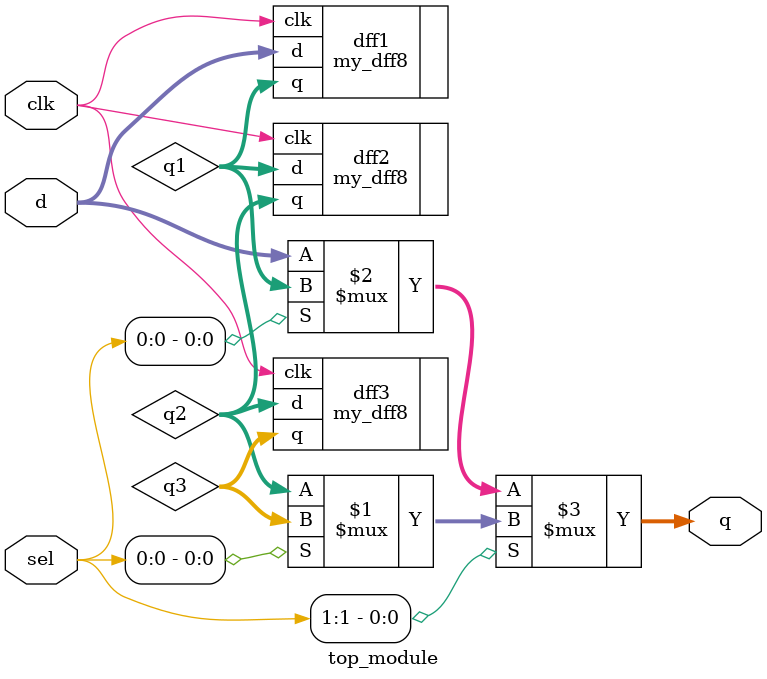
<source format=sv>
module top_module(input clk, input[7:0] d, input [1:0] sel, output[7:0] q);
	wire [7:0] q1, q2, q3;
	my_dff8 dff1(.clk(clk), .d(d), .q(q1));
	my_dff8 dff2(.clk(clk), .d(q1), .q(q2));
	my_dff8 dff3(.clk(clk), .d(q2), .q(q3));
	assign q = sel[1] ? (sel[0] ? q3 : q2) : (sel[0] ? q1 : d);
endmodule

</source>
